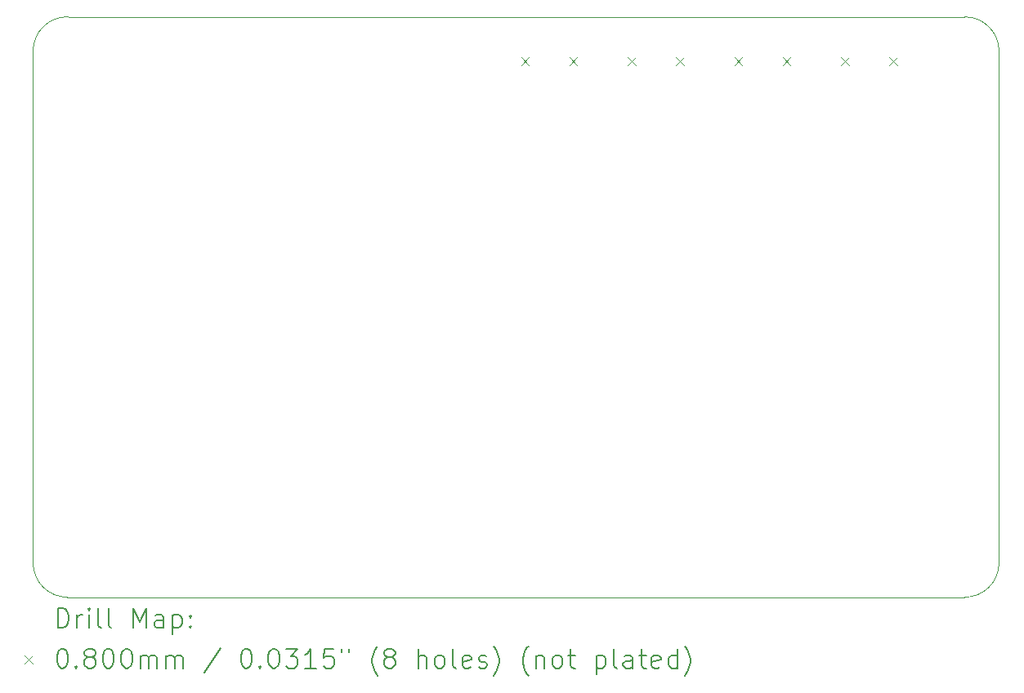
<source format=gbr>
%TF.GenerationSoftware,KiCad,Pcbnew,8.0.5*%
%TF.CreationDate,2025-02-16T07:29:59+05:30*%
%TF.ProjectId,Hades,48616465-732e-46b6-9963-61645f706362,rev?*%
%TF.SameCoordinates,Original*%
%TF.FileFunction,Drillmap*%
%TF.FilePolarity,Positive*%
%FSLAX45Y45*%
G04 Gerber Fmt 4.5, Leading zero omitted, Abs format (unit mm)*
G04 Created by KiCad (PCBNEW 8.0.5) date 2025-02-16 07:29:59*
%MOMM*%
%LPD*%
G01*
G04 APERTURE LIST*
%ADD10C,0.100000*%
%ADD11C,0.200000*%
G04 APERTURE END LIST*
D10*
X2908300Y-2540000D02*
X12192000Y-2540000D01*
X12547600Y-2895600D02*
X12547600Y-8204200D01*
X12192000Y-8559800D02*
X2895600Y-8559800D01*
X2540000Y-8204200D02*
X2539773Y-2895600D01*
X12547600Y-8204200D02*
G75*
G02*
X12192000Y-8559800I-355600J0D01*
G01*
X12192000Y-2540000D02*
G75*
G02*
X12547600Y-2895600I0J-355600D01*
G01*
X2539773Y-2895600D02*
G75*
G02*
X2908300Y-2540000I355827J0D01*
G01*
X2895600Y-8559800D02*
G75*
G02*
X2540000Y-8204200I0J355600D01*
G01*
D11*
D10*
X7596700Y-2961000D02*
X7676700Y-3041000D01*
X7676700Y-2961000D02*
X7596700Y-3041000D01*
X8096700Y-2961000D02*
X8176700Y-3041000D01*
X8176700Y-2961000D02*
X8096700Y-3041000D01*
X8701600Y-2961000D02*
X8781600Y-3041000D01*
X8781600Y-2961000D02*
X8701600Y-3041000D01*
X9201600Y-2961000D02*
X9281600Y-3041000D01*
X9281600Y-2961000D02*
X9201600Y-3041000D01*
X9806500Y-2961000D02*
X9886500Y-3041000D01*
X9886500Y-2961000D02*
X9806500Y-3041000D01*
X10306500Y-2961000D02*
X10386500Y-3041000D01*
X10386500Y-2961000D02*
X10306500Y-3041000D01*
X10911400Y-2961000D02*
X10991400Y-3041000D01*
X10991400Y-2961000D02*
X10911400Y-3041000D01*
X11411400Y-2961000D02*
X11491400Y-3041000D01*
X11491400Y-2961000D02*
X11411400Y-3041000D01*
D11*
X2795550Y-8876284D02*
X2795550Y-8676284D01*
X2795550Y-8676284D02*
X2843169Y-8676284D01*
X2843169Y-8676284D02*
X2871741Y-8685808D01*
X2871741Y-8685808D02*
X2890788Y-8704855D01*
X2890788Y-8704855D02*
X2900312Y-8723903D01*
X2900312Y-8723903D02*
X2909836Y-8761998D01*
X2909836Y-8761998D02*
X2909836Y-8790570D01*
X2909836Y-8790570D02*
X2900312Y-8828665D01*
X2900312Y-8828665D02*
X2890788Y-8847712D01*
X2890788Y-8847712D02*
X2871741Y-8866760D01*
X2871741Y-8866760D02*
X2843169Y-8876284D01*
X2843169Y-8876284D02*
X2795550Y-8876284D01*
X2995550Y-8876284D02*
X2995550Y-8742950D01*
X2995550Y-8781046D02*
X3005074Y-8761998D01*
X3005074Y-8761998D02*
X3014598Y-8752474D01*
X3014598Y-8752474D02*
X3033645Y-8742950D01*
X3033645Y-8742950D02*
X3052693Y-8742950D01*
X3119360Y-8876284D02*
X3119360Y-8742950D01*
X3119360Y-8676284D02*
X3109836Y-8685808D01*
X3109836Y-8685808D02*
X3119360Y-8695331D01*
X3119360Y-8695331D02*
X3128883Y-8685808D01*
X3128883Y-8685808D02*
X3119360Y-8676284D01*
X3119360Y-8676284D02*
X3119360Y-8695331D01*
X3243169Y-8876284D02*
X3224122Y-8866760D01*
X3224122Y-8866760D02*
X3214598Y-8847712D01*
X3214598Y-8847712D02*
X3214598Y-8676284D01*
X3347931Y-8876284D02*
X3328883Y-8866760D01*
X3328883Y-8866760D02*
X3319360Y-8847712D01*
X3319360Y-8847712D02*
X3319360Y-8676284D01*
X3576503Y-8876284D02*
X3576503Y-8676284D01*
X3576503Y-8676284D02*
X3643169Y-8819141D01*
X3643169Y-8819141D02*
X3709836Y-8676284D01*
X3709836Y-8676284D02*
X3709836Y-8876284D01*
X3890788Y-8876284D02*
X3890788Y-8771522D01*
X3890788Y-8771522D02*
X3881264Y-8752474D01*
X3881264Y-8752474D02*
X3862217Y-8742950D01*
X3862217Y-8742950D02*
X3824122Y-8742950D01*
X3824122Y-8742950D02*
X3805074Y-8752474D01*
X3890788Y-8866760D02*
X3871741Y-8876284D01*
X3871741Y-8876284D02*
X3824122Y-8876284D01*
X3824122Y-8876284D02*
X3805074Y-8866760D01*
X3805074Y-8866760D02*
X3795550Y-8847712D01*
X3795550Y-8847712D02*
X3795550Y-8828665D01*
X3795550Y-8828665D02*
X3805074Y-8809617D01*
X3805074Y-8809617D02*
X3824122Y-8800093D01*
X3824122Y-8800093D02*
X3871741Y-8800093D01*
X3871741Y-8800093D02*
X3890788Y-8790570D01*
X3986026Y-8742950D02*
X3986026Y-8942950D01*
X3986026Y-8752474D02*
X4005074Y-8742950D01*
X4005074Y-8742950D02*
X4043169Y-8742950D01*
X4043169Y-8742950D02*
X4062217Y-8752474D01*
X4062217Y-8752474D02*
X4071741Y-8761998D01*
X4071741Y-8761998D02*
X4081264Y-8781046D01*
X4081264Y-8781046D02*
X4081264Y-8838189D01*
X4081264Y-8838189D02*
X4071741Y-8857236D01*
X4071741Y-8857236D02*
X4062217Y-8866760D01*
X4062217Y-8866760D02*
X4043169Y-8876284D01*
X4043169Y-8876284D02*
X4005074Y-8876284D01*
X4005074Y-8876284D02*
X3986026Y-8866760D01*
X4166979Y-8857236D02*
X4176503Y-8866760D01*
X4176503Y-8866760D02*
X4166979Y-8876284D01*
X4166979Y-8876284D02*
X4157455Y-8866760D01*
X4157455Y-8866760D02*
X4166979Y-8857236D01*
X4166979Y-8857236D02*
X4166979Y-8876284D01*
X4166979Y-8752474D02*
X4176503Y-8761998D01*
X4176503Y-8761998D02*
X4166979Y-8771522D01*
X4166979Y-8771522D02*
X4157455Y-8761998D01*
X4157455Y-8761998D02*
X4166979Y-8752474D01*
X4166979Y-8752474D02*
X4166979Y-8771522D01*
D10*
X2454773Y-9164800D02*
X2534773Y-9244800D01*
X2534773Y-9164800D02*
X2454773Y-9244800D01*
D11*
X2833645Y-9096284D02*
X2852693Y-9096284D01*
X2852693Y-9096284D02*
X2871741Y-9105808D01*
X2871741Y-9105808D02*
X2881264Y-9115331D01*
X2881264Y-9115331D02*
X2890788Y-9134379D01*
X2890788Y-9134379D02*
X2900312Y-9172474D01*
X2900312Y-9172474D02*
X2900312Y-9220093D01*
X2900312Y-9220093D02*
X2890788Y-9258189D01*
X2890788Y-9258189D02*
X2881264Y-9277236D01*
X2881264Y-9277236D02*
X2871741Y-9286760D01*
X2871741Y-9286760D02*
X2852693Y-9296284D01*
X2852693Y-9296284D02*
X2833645Y-9296284D01*
X2833645Y-9296284D02*
X2814598Y-9286760D01*
X2814598Y-9286760D02*
X2805074Y-9277236D01*
X2805074Y-9277236D02*
X2795550Y-9258189D01*
X2795550Y-9258189D02*
X2786026Y-9220093D01*
X2786026Y-9220093D02*
X2786026Y-9172474D01*
X2786026Y-9172474D02*
X2795550Y-9134379D01*
X2795550Y-9134379D02*
X2805074Y-9115331D01*
X2805074Y-9115331D02*
X2814598Y-9105808D01*
X2814598Y-9105808D02*
X2833645Y-9096284D01*
X2986026Y-9277236D02*
X2995550Y-9286760D01*
X2995550Y-9286760D02*
X2986026Y-9296284D01*
X2986026Y-9296284D02*
X2976503Y-9286760D01*
X2976503Y-9286760D02*
X2986026Y-9277236D01*
X2986026Y-9277236D02*
X2986026Y-9296284D01*
X3109836Y-9181998D02*
X3090788Y-9172474D01*
X3090788Y-9172474D02*
X3081264Y-9162950D01*
X3081264Y-9162950D02*
X3071741Y-9143903D01*
X3071741Y-9143903D02*
X3071741Y-9134379D01*
X3071741Y-9134379D02*
X3081264Y-9115331D01*
X3081264Y-9115331D02*
X3090788Y-9105808D01*
X3090788Y-9105808D02*
X3109836Y-9096284D01*
X3109836Y-9096284D02*
X3147931Y-9096284D01*
X3147931Y-9096284D02*
X3166979Y-9105808D01*
X3166979Y-9105808D02*
X3176503Y-9115331D01*
X3176503Y-9115331D02*
X3186026Y-9134379D01*
X3186026Y-9134379D02*
X3186026Y-9143903D01*
X3186026Y-9143903D02*
X3176503Y-9162950D01*
X3176503Y-9162950D02*
X3166979Y-9172474D01*
X3166979Y-9172474D02*
X3147931Y-9181998D01*
X3147931Y-9181998D02*
X3109836Y-9181998D01*
X3109836Y-9181998D02*
X3090788Y-9191522D01*
X3090788Y-9191522D02*
X3081264Y-9201046D01*
X3081264Y-9201046D02*
X3071741Y-9220093D01*
X3071741Y-9220093D02*
X3071741Y-9258189D01*
X3071741Y-9258189D02*
X3081264Y-9277236D01*
X3081264Y-9277236D02*
X3090788Y-9286760D01*
X3090788Y-9286760D02*
X3109836Y-9296284D01*
X3109836Y-9296284D02*
X3147931Y-9296284D01*
X3147931Y-9296284D02*
X3166979Y-9286760D01*
X3166979Y-9286760D02*
X3176503Y-9277236D01*
X3176503Y-9277236D02*
X3186026Y-9258189D01*
X3186026Y-9258189D02*
X3186026Y-9220093D01*
X3186026Y-9220093D02*
X3176503Y-9201046D01*
X3176503Y-9201046D02*
X3166979Y-9191522D01*
X3166979Y-9191522D02*
X3147931Y-9181998D01*
X3309836Y-9096284D02*
X3328884Y-9096284D01*
X3328884Y-9096284D02*
X3347931Y-9105808D01*
X3347931Y-9105808D02*
X3357455Y-9115331D01*
X3357455Y-9115331D02*
X3366979Y-9134379D01*
X3366979Y-9134379D02*
X3376503Y-9172474D01*
X3376503Y-9172474D02*
X3376503Y-9220093D01*
X3376503Y-9220093D02*
X3366979Y-9258189D01*
X3366979Y-9258189D02*
X3357455Y-9277236D01*
X3357455Y-9277236D02*
X3347931Y-9286760D01*
X3347931Y-9286760D02*
X3328884Y-9296284D01*
X3328884Y-9296284D02*
X3309836Y-9296284D01*
X3309836Y-9296284D02*
X3290788Y-9286760D01*
X3290788Y-9286760D02*
X3281264Y-9277236D01*
X3281264Y-9277236D02*
X3271741Y-9258189D01*
X3271741Y-9258189D02*
X3262217Y-9220093D01*
X3262217Y-9220093D02*
X3262217Y-9172474D01*
X3262217Y-9172474D02*
X3271741Y-9134379D01*
X3271741Y-9134379D02*
X3281264Y-9115331D01*
X3281264Y-9115331D02*
X3290788Y-9105808D01*
X3290788Y-9105808D02*
X3309836Y-9096284D01*
X3500312Y-9096284D02*
X3519360Y-9096284D01*
X3519360Y-9096284D02*
X3538407Y-9105808D01*
X3538407Y-9105808D02*
X3547931Y-9115331D01*
X3547931Y-9115331D02*
X3557455Y-9134379D01*
X3557455Y-9134379D02*
X3566979Y-9172474D01*
X3566979Y-9172474D02*
X3566979Y-9220093D01*
X3566979Y-9220093D02*
X3557455Y-9258189D01*
X3557455Y-9258189D02*
X3547931Y-9277236D01*
X3547931Y-9277236D02*
X3538407Y-9286760D01*
X3538407Y-9286760D02*
X3519360Y-9296284D01*
X3519360Y-9296284D02*
X3500312Y-9296284D01*
X3500312Y-9296284D02*
X3481264Y-9286760D01*
X3481264Y-9286760D02*
X3471741Y-9277236D01*
X3471741Y-9277236D02*
X3462217Y-9258189D01*
X3462217Y-9258189D02*
X3452693Y-9220093D01*
X3452693Y-9220093D02*
X3452693Y-9172474D01*
X3452693Y-9172474D02*
X3462217Y-9134379D01*
X3462217Y-9134379D02*
X3471741Y-9115331D01*
X3471741Y-9115331D02*
X3481264Y-9105808D01*
X3481264Y-9105808D02*
X3500312Y-9096284D01*
X3652693Y-9296284D02*
X3652693Y-9162950D01*
X3652693Y-9181998D02*
X3662217Y-9172474D01*
X3662217Y-9172474D02*
X3681264Y-9162950D01*
X3681264Y-9162950D02*
X3709836Y-9162950D01*
X3709836Y-9162950D02*
X3728884Y-9172474D01*
X3728884Y-9172474D02*
X3738407Y-9191522D01*
X3738407Y-9191522D02*
X3738407Y-9296284D01*
X3738407Y-9191522D02*
X3747931Y-9172474D01*
X3747931Y-9172474D02*
X3766979Y-9162950D01*
X3766979Y-9162950D02*
X3795550Y-9162950D01*
X3795550Y-9162950D02*
X3814598Y-9172474D01*
X3814598Y-9172474D02*
X3824122Y-9191522D01*
X3824122Y-9191522D02*
X3824122Y-9296284D01*
X3919360Y-9296284D02*
X3919360Y-9162950D01*
X3919360Y-9181998D02*
X3928884Y-9172474D01*
X3928884Y-9172474D02*
X3947931Y-9162950D01*
X3947931Y-9162950D02*
X3976503Y-9162950D01*
X3976503Y-9162950D02*
X3995550Y-9172474D01*
X3995550Y-9172474D02*
X4005074Y-9191522D01*
X4005074Y-9191522D02*
X4005074Y-9296284D01*
X4005074Y-9191522D02*
X4014598Y-9172474D01*
X4014598Y-9172474D02*
X4033645Y-9162950D01*
X4033645Y-9162950D02*
X4062217Y-9162950D01*
X4062217Y-9162950D02*
X4081265Y-9172474D01*
X4081265Y-9172474D02*
X4090788Y-9191522D01*
X4090788Y-9191522D02*
X4090788Y-9296284D01*
X4481265Y-9086760D02*
X4309836Y-9343903D01*
X4738408Y-9096284D02*
X4757455Y-9096284D01*
X4757455Y-9096284D02*
X4776503Y-9105808D01*
X4776503Y-9105808D02*
X4786027Y-9115331D01*
X4786027Y-9115331D02*
X4795550Y-9134379D01*
X4795550Y-9134379D02*
X4805074Y-9172474D01*
X4805074Y-9172474D02*
X4805074Y-9220093D01*
X4805074Y-9220093D02*
X4795550Y-9258189D01*
X4795550Y-9258189D02*
X4786027Y-9277236D01*
X4786027Y-9277236D02*
X4776503Y-9286760D01*
X4776503Y-9286760D02*
X4757455Y-9296284D01*
X4757455Y-9296284D02*
X4738408Y-9296284D01*
X4738408Y-9296284D02*
X4719360Y-9286760D01*
X4719360Y-9286760D02*
X4709836Y-9277236D01*
X4709836Y-9277236D02*
X4700312Y-9258189D01*
X4700312Y-9258189D02*
X4690789Y-9220093D01*
X4690789Y-9220093D02*
X4690789Y-9172474D01*
X4690789Y-9172474D02*
X4700312Y-9134379D01*
X4700312Y-9134379D02*
X4709836Y-9115331D01*
X4709836Y-9115331D02*
X4719360Y-9105808D01*
X4719360Y-9105808D02*
X4738408Y-9096284D01*
X4890789Y-9277236D02*
X4900312Y-9286760D01*
X4900312Y-9286760D02*
X4890789Y-9296284D01*
X4890789Y-9296284D02*
X4881265Y-9286760D01*
X4881265Y-9286760D02*
X4890789Y-9277236D01*
X4890789Y-9277236D02*
X4890789Y-9296284D01*
X5024122Y-9096284D02*
X5043170Y-9096284D01*
X5043170Y-9096284D02*
X5062217Y-9105808D01*
X5062217Y-9105808D02*
X5071741Y-9115331D01*
X5071741Y-9115331D02*
X5081265Y-9134379D01*
X5081265Y-9134379D02*
X5090789Y-9172474D01*
X5090789Y-9172474D02*
X5090789Y-9220093D01*
X5090789Y-9220093D02*
X5081265Y-9258189D01*
X5081265Y-9258189D02*
X5071741Y-9277236D01*
X5071741Y-9277236D02*
X5062217Y-9286760D01*
X5062217Y-9286760D02*
X5043170Y-9296284D01*
X5043170Y-9296284D02*
X5024122Y-9296284D01*
X5024122Y-9296284D02*
X5005074Y-9286760D01*
X5005074Y-9286760D02*
X4995550Y-9277236D01*
X4995550Y-9277236D02*
X4986027Y-9258189D01*
X4986027Y-9258189D02*
X4976503Y-9220093D01*
X4976503Y-9220093D02*
X4976503Y-9172474D01*
X4976503Y-9172474D02*
X4986027Y-9134379D01*
X4986027Y-9134379D02*
X4995550Y-9115331D01*
X4995550Y-9115331D02*
X5005074Y-9105808D01*
X5005074Y-9105808D02*
X5024122Y-9096284D01*
X5157455Y-9096284D02*
X5281265Y-9096284D01*
X5281265Y-9096284D02*
X5214598Y-9172474D01*
X5214598Y-9172474D02*
X5243170Y-9172474D01*
X5243170Y-9172474D02*
X5262217Y-9181998D01*
X5262217Y-9181998D02*
X5271741Y-9191522D01*
X5271741Y-9191522D02*
X5281265Y-9210570D01*
X5281265Y-9210570D02*
X5281265Y-9258189D01*
X5281265Y-9258189D02*
X5271741Y-9277236D01*
X5271741Y-9277236D02*
X5262217Y-9286760D01*
X5262217Y-9286760D02*
X5243170Y-9296284D01*
X5243170Y-9296284D02*
X5186027Y-9296284D01*
X5186027Y-9296284D02*
X5166979Y-9286760D01*
X5166979Y-9286760D02*
X5157455Y-9277236D01*
X5471741Y-9296284D02*
X5357455Y-9296284D01*
X5414598Y-9296284D02*
X5414598Y-9096284D01*
X5414598Y-9096284D02*
X5395550Y-9124855D01*
X5395550Y-9124855D02*
X5376503Y-9143903D01*
X5376503Y-9143903D02*
X5357455Y-9153427D01*
X5652693Y-9096284D02*
X5557455Y-9096284D01*
X5557455Y-9096284D02*
X5547931Y-9191522D01*
X5547931Y-9191522D02*
X5557455Y-9181998D01*
X5557455Y-9181998D02*
X5576503Y-9172474D01*
X5576503Y-9172474D02*
X5624122Y-9172474D01*
X5624122Y-9172474D02*
X5643169Y-9181998D01*
X5643169Y-9181998D02*
X5652693Y-9191522D01*
X5652693Y-9191522D02*
X5662217Y-9210570D01*
X5662217Y-9210570D02*
X5662217Y-9258189D01*
X5662217Y-9258189D02*
X5652693Y-9277236D01*
X5652693Y-9277236D02*
X5643169Y-9286760D01*
X5643169Y-9286760D02*
X5624122Y-9296284D01*
X5624122Y-9296284D02*
X5576503Y-9296284D01*
X5576503Y-9296284D02*
X5557455Y-9286760D01*
X5557455Y-9286760D02*
X5547931Y-9277236D01*
X5738408Y-9096284D02*
X5738408Y-9134379D01*
X5814598Y-9096284D02*
X5814598Y-9134379D01*
X6109836Y-9372474D02*
X6100312Y-9362950D01*
X6100312Y-9362950D02*
X6081265Y-9334379D01*
X6081265Y-9334379D02*
X6071741Y-9315331D01*
X6071741Y-9315331D02*
X6062217Y-9286760D01*
X6062217Y-9286760D02*
X6052693Y-9239141D01*
X6052693Y-9239141D02*
X6052693Y-9201046D01*
X6052693Y-9201046D02*
X6062217Y-9153427D01*
X6062217Y-9153427D02*
X6071741Y-9124855D01*
X6071741Y-9124855D02*
X6081265Y-9105808D01*
X6081265Y-9105808D02*
X6100312Y-9077236D01*
X6100312Y-9077236D02*
X6109836Y-9067712D01*
X6214598Y-9181998D02*
X6195550Y-9172474D01*
X6195550Y-9172474D02*
X6186027Y-9162950D01*
X6186027Y-9162950D02*
X6176503Y-9143903D01*
X6176503Y-9143903D02*
X6176503Y-9134379D01*
X6176503Y-9134379D02*
X6186027Y-9115331D01*
X6186027Y-9115331D02*
X6195550Y-9105808D01*
X6195550Y-9105808D02*
X6214598Y-9096284D01*
X6214598Y-9096284D02*
X6252693Y-9096284D01*
X6252693Y-9096284D02*
X6271741Y-9105808D01*
X6271741Y-9105808D02*
X6281265Y-9115331D01*
X6281265Y-9115331D02*
X6290789Y-9134379D01*
X6290789Y-9134379D02*
X6290789Y-9143903D01*
X6290789Y-9143903D02*
X6281265Y-9162950D01*
X6281265Y-9162950D02*
X6271741Y-9172474D01*
X6271741Y-9172474D02*
X6252693Y-9181998D01*
X6252693Y-9181998D02*
X6214598Y-9181998D01*
X6214598Y-9181998D02*
X6195550Y-9191522D01*
X6195550Y-9191522D02*
X6186027Y-9201046D01*
X6186027Y-9201046D02*
X6176503Y-9220093D01*
X6176503Y-9220093D02*
X6176503Y-9258189D01*
X6176503Y-9258189D02*
X6186027Y-9277236D01*
X6186027Y-9277236D02*
X6195550Y-9286760D01*
X6195550Y-9286760D02*
X6214598Y-9296284D01*
X6214598Y-9296284D02*
X6252693Y-9296284D01*
X6252693Y-9296284D02*
X6271741Y-9286760D01*
X6271741Y-9286760D02*
X6281265Y-9277236D01*
X6281265Y-9277236D02*
X6290789Y-9258189D01*
X6290789Y-9258189D02*
X6290789Y-9220093D01*
X6290789Y-9220093D02*
X6281265Y-9201046D01*
X6281265Y-9201046D02*
X6271741Y-9191522D01*
X6271741Y-9191522D02*
X6252693Y-9181998D01*
X6528884Y-9296284D02*
X6528884Y-9096284D01*
X6614598Y-9296284D02*
X6614598Y-9191522D01*
X6614598Y-9191522D02*
X6605074Y-9172474D01*
X6605074Y-9172474D02*
X6586027Y-9162950D01*
X6586027Y-9162950D02*
X6557455Y-9162950D01*
X6557455Y-9162950D02*
X6538408Y-9172474D01*
X6538408Y-9172474D02*
X6528884Y-9181998D01*
X6738408Y-9296284D02*
X6719360Y-9286760D01*
X6719360Y-9286760D02*
X6709836Y-9277236D01*
X6709836Y-9277236D02*
X6700312Y-9258189D01*
X6700312Y-9258189D02*
X6700312Y-9201046D01*
X6700312Y-9201046D02*
X6709836Y-9181998D01*
X6709836Y-9181998D02*
X6719360Y-9172474D01*
X6719360Y-9172474D02*
X6738408Y-9162950D01*
X6738408Y-9162950D02*
X6766979Y-9162950D01*
X6766979Y-9162950D02*
X6786027Y-9172474D01*
X6786027Y-9172474D02*
X6795551Y-9181998D01*
X6795551Y-9181998D02*
X6805074Y-9201046D01*
X6805074Y-9201046D02*
X6805074Y-9258189D01*
X6805074Y-9258189D02*
X6795551Y-9277236D01*
X6795551Y-9277236D02*
X6786027Y-9286760D01*
X6786027Y-9286760D02*
X6766979Y-9296284D01*
X6766979Y-9296284D02*
X6738408Y-9296284D01*
X6919360Y-9296284D02*
X6900312Y-9286760D01*
X6900312Y-9286760D02*
X6890789Y-9267712D01*
X6890789Y-9267712D02*
X6890789Y-9096284D01*
X7071741Y-9286760D02*
X7052693Y-9296284D01*
X7052693Y-9296284D02*
X7014598Y-9296284D01*
X7014598Y-9296284D02*
X6995551Y-9286760D01*
X6995551Y-9286760D02*
X6986027Y-9267712D01*
X6986027Y-9267712D02*
X6986027Y-9191522D01*
X6986027Y-9191522D02*
X6995551Y-9172474D01*
X6995551Y-9172474D02*
X7014598Y-9162950D01*
X7014598Y-9162950D02*
X7052693Y-9162950D01*
X7052693Y-9162950D02*
X7071741Y-9172474D01*
X7071741Y-9172474D02*
X7081265Y-9191522D01*
X7081265Y-9191522D02*
X7081265Y-9210570D01*
X7081265Y-9210570D02*
X6986027Y-9229617D01*
X7157455Y-9286760D02*
X7176503Y-9296284D01*
X7176503Y-9296284D02*
X7214598Y-9296284D01*
X7214598Y-9296284D02*
X7233646Y-9286760D01*
X7233646Y-9286760D02*
X7243170Y-9267712D01*
X7243170Y-9267712D02*
X7243170Y-9258189D01*
X7243170Y-9258189D02*
X7233646Y-9239141D01*
X7233646Y-9239141D02*
X7214598Y-9229617D01*
X7214598Y-9229617D02*
X7186027Y-9229617D01*
X7186027Y-9229617D02*
X7166979Y-9220093D01*
X7166979Y-9220093D02*
X7157455Y-9201046D01*
X7157455Y-9201046D02*
X7157455Y-9191522D01*
X7157455Y-9191522D02*
X7166979Y-9172474D01*
X7166979Y-9172474D02*
X7186027Y-9162950D01*
X7186027Y-9162950D02*
X7214598Y-9162950D01*
X7214598Y-9162950D02*
X7233646Y-9172474D01*
X7309836Y-9372474D02*
X7319360Y-9362950D01*
X7319360Y-9362950D02*
X7338408Y-9334379D01*
X7338408Y-9334379D02*
X7347932Y-9315331D01*
X7347932Y-9315331D02*
X7357455Y-9286760D01*
X7357455Y-9286760D02*
X7366979Y-9239141D01*
X7366979Y-9239141D02*
X7366979Y-9201046D01*
X7366979Y-9201046D02*
X7357455Y-9153427D01*
X7357455Y-9153427D02*
X7347932Y-9124855D01*
X7347932Y-9124855D02*
X7338408Y-9105808D01*
X7338408Y-9105808D02*
X7319360Y-9077236D01*
X7319360Y-9077236D02*
X7309836Y-9067712D01*
X7671741Y-9372474D02*
X7662217Y-9362950D01*
X7662217Y-9362950D02*
X7643170Y-9334379D01*
X7643170Y-9334379D02*
X7633646Y-9315331D01*
X7633646Y-9315331D02*
X7624122Y-9286760D01*
X7624122Y-9286760D02*
X7614598Y-9239141D01*
X7614598Y-9239141D02*
X7614598Y-9201046D01*
X7614598Y-9201046D02*
X7624122Y-9153427D01*
X7624122Y-9153427D02*
X7633646Y-9124855D01*
X7633646Y-9124855D02*
X7643170Y-9105808D01*
X7643170Y-9105808D02*
X7662217Y-9077236D01*
X7662217Y-9077236D02*
X7671741Y-9067712D01*
X7747932Y-9162950D02*
X7747932Y-9296284D01*
X7747932Y-9181998D02*
X7757455Y-9172474D01*
X7757455Y-9172474D02*
X7776503Y-9162950D01*
X7776503Y-9162950D02*
X7805074Y-9162950D01*
X7805074Y-9162950D02*
X7824122Y-9172474D01*
X7824122Y-9172474D02*
X7833646Y-9191522D01*
X7833646Y-9191522D02*
X7833646Y-9296284D01*
X7957455Y-9296284D02*
X7938408Y-9286760D01*
X7938408Y-9286760D02*
X7928884Y-9277236D01*
X7928884Y-9277236D02*
X7919360Y-9258189D01*
X7919360Y-9258189D02*
X7919360Y-9201046D01*
X7919360Y-9201046D02*
X7928884Y-9181998D01*
X7928884Y-9181998D02*
X7938408Y-9172474D01*
X7938408Y-9172474D02*
X7957455Y-9162950D01*
X7957455Y-9162950D02*
X7986027Y-9162950D01*
X7986027Y-9162950D02*
X8005074Y-9172474D01*
X8005074Y-9172474D02*
X8014598Y-9181998D01*
X8014598Y-9181998D02*
X8024122Y-9201046D01*
X8024122Y-9201046D02*
X8024122Y-9258189D01*
X8024122Y-9258189D02*
X8014598Y-9277236D01*
X8014598Y-9277236D02*
X8005074Y-9286760D01*
X8005074Y-9286760D02*
X7986027Y-9296284D01*
X7986027Y-9296284D02*
X7957455Y-9296284D01*
X8081265Y-9162950D02*
X8157455Y-9162950D01*
X8109836Y-9096284D02*
X8109836Y-9267712D01*
X8109836Y-9267712D02*
X8119360Y-9286760D01*
X8119360Y-9286760D02*
X8138408Y-9296284D01*
X8138408Y-9296284D02*
X8157455Y-9296284D01*
X8376503Y-9162950D02*
X8376503Y-9362950D01*
X8376503Y-9172474D02*
X8395551Y-9162950D01*
X8395551Y-9162950D02*
X8433646Y-9162950D01*
X8433646Y-9162950D02*
X8452694Y-9172474D01*
X8452694Y-9172474D02*
X8462217Y-9181998D01*
X8462217Y-9181998D02*
X8471741Y-9201046D01*
X8471741Y-9201046D02*
X8471741Y-9258189D01*
X8471741Y-9258189D02*
X8462217Y-9277236D01*
X8462217Y-9277236D02*
X8452694Y-9286760D01*
X8452694Y-9286760D02*
X8433646Y-9296284D01*
X8433646Y-9296284D02*
X8395551Y-9296284D01*
X8395551Y-9296284D02*
X8376503Y-9286760D01*
X8586027Y-9296284D02*
X8566979Y-9286760D01*
X8566979Y-9286760D02*
X8557456Y-9267712D01*
X8557456Y-9267712D02*
X8557456Y-9096284D01*
X8747932Y-9296284D02*
X8747932Y-9191522D01*
X8747932Y-9191522D02*
X8738408Y-9172474D01*
X8738408Y-9172474D02*
X8719360Y-9162950D01*
X8719360Y-9162950D02*
X8681265Y-9162950D01*
X8681265Y-9162950D02*
X8662217Y-9172474D01*
X8747932Y-9286760D02*
X8728884Y-9296284D01*
X8728884Y-9296284D02*
X8681265Y-9296284D01*
X8681265Y-9296284D02*
X8662217Y-9286760D01*
X8662217Y-9286760D02*
X8652694Y-9267712D01*
X8652694Y-9267712D02*
X8652694Y-9248665D01*
X8652694Y-9248665D02*
X8662217Y-9229617D01*
X8662217Y-9229617D02*
X8681265Y-9220093D01*
X8681265Y-9220093D02*
X8728884Y-9220093D01*
X8728884Y-9220093D02*
X8747932Y-9210570D01*
X8814598Y-9162950D02*
X8890789Y-9162950D01*
X8843170Y-9096284D02*
X8843170Y-9267712D01*
X8843170Y-9267712D02*
X8852694Y-9286760D01*
X8852694Y-9286760D02*
X8871741Y-9296284D01*
X8871741Y-9296284D02*
X8890789Y-9296284D01*
X9033646Y-9286760D02*
X9014598Y-9296284D01*
X9014598Y-9296284D02*
X8976503Y-9296284D01*
X8976503Y-9296284D02*
X8957456Y-9286760D01*
X8957456Y-9286760D02*
X8947932Y-9267712D01*
X8947932Y-9267712D02*
X8947932Y-9191522D01*
X8947932Y-9191522D02*
X8957456Y-9172474D01*
X8957456Y-9172474D02*
X8976503Y-9162950D01*
X8976503Y-9162950D02*
X9014598Y-9162950D01*
X9014598Y-9162950D02*
X9033646Y-9172474D01*
X9033646Y-9172474D02*
X9043170Y-9191522D01*
X9043170Y-9191522D02*
X9043170Y-9210570D01*
X9043170Y-9210570D02*
X8947932Y-9229617D01*
X9214598Y-9296284D02*
X9214598Y-9096284D01*
X9214598Y-9286760D02*
X9195551Y-9296284D01*
X9195551Y-9296284D02*
X9157456Y-9296284D01*
X9157456Y-9296284D02*
X9138408Y-9286760D01*
X9138408Y-9286760D02*
X9128884Y-9277236D01*
X9128884Y-9277236D02*
X9119360Y-9258189D01*
X9119360Y-9258189D02*
X9119360Y-9201046D01*
X9119360Y-9201046D02*
X9128884Y-9181998D01*
X9128884Y-9181998D02*
X9138408Y-9172474D01*
X9138408Y-9172474D02*
X9157456Y-9162950D01*
X9157456Y-9162950D02*
X9195551Y-9162950D01*
X9195551Y-9162950D02*
X9214598Y-9172474D01*
X9290789Y-9372474D02*
X9300313Y-9362950D01*
X9300313Y-9362950D02*
X9319360Y-9334379D01*
X9319360Y-9334379D02*
X9328884Y-9315331D01*
X9328884Y-9315331D02*
X9338408Y-9286760D01*
X9338408Y-9286760D02*
X9347932Y-9239141D01*
X9347932Y-9239141D02*
X9347932Y-9201046D01*
X9347932Y-9201046D02*
X9338408Y-9153427D01*
X9338408Y-9153427D02*
X9328884Y-9124855D01*
X9328884Y-9124855D02*
X9319360Y-9105808D01*
X9319360Y-9105808D02*
X9300313Y-9077236D01*
X9300313Y-9077236D02*
X9290789Y-9067712D01*
M02*

</source>
